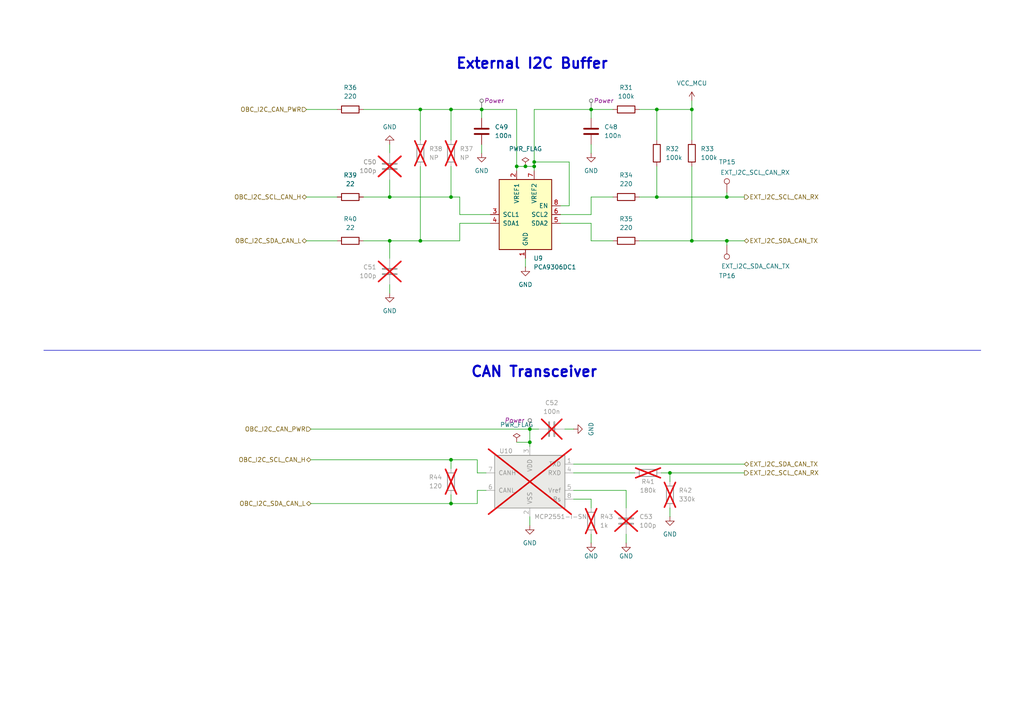
<source format=kicad_sch>
(kicad_sch (version 20250114) (generator "eeschema") (generator_version "9.0")
  (paper "A4")
  (title_block (title "Spino Com System - Digital Serial") (date "2025-03-24") (rev "v2.1") (company "AMSAT-F/Electrolab - Y.Avelino/A.Meckenstock "))
  (lib_symbols
    (symbol "Connector:TestPoint" (pin_numbers (hide yes)) (pin_names (offset 0.762) (hide yes))
      (property "Reference" "TP" (at 0 6.858 0))
      (property "Value" "TestPoint" (at 0 5.08 0))
      (symbol "TestPoint_0_1"
        (circle (center 0 3.302) (radius 0.762))
      )
      (symbol "TestPoint_1_1"
        (pin passive line (at 0 0 90) (length 2.54) (name "1") (number "1"))
      )
    )
    (symbol "Device:C" (pin_numbers (hide yes)) (pin_names (offset 0.254))
      (property "Reference" "C" (at 0.635 2.54 0))
      (property "Value" "C" (at 0.635 -2.54 0))
      (symbol "C_0_1"
        (polyline (pts (xy -2.032 0.762) (xy 2.032 0.762)) (stroke (width 0.508)))
        (polyline (pts (xy -2.032 -0.762) (xy 2.032 -0.762)) (stroke (width 0.508)))
      )
      (symbol "C_1_1"
        (pin passive line (at 0 3.81 270) (length 2.794) (name "~") (number "1"))
        (pin passive line (at 0 -3.81 90) (length 2.794) (name "~") (number "2"))
      )
    )
    (symbol "Device:R" (pin_numbers (hide yes)) (pin_names (offset 0))
      (property "Reference" "R" (at 2.032 0 90))
      (property "Value" "R" (at 0 0 90))
      (symbol "R_0_1"
        (rectangle (start -1.016 -2.54) (end 1.016 2.54) (stroke (width 0.254)))
      )
      (symbol "R_1_1"
        (pin passive line (at 0 3.81 270) (length 1.27) (name "~") (number "1"))
        (pin passive line (at 0 -3.81 90) (length 1.27) (name "~") (number "2"))
      )
    )
    (symbol "Interface:PCA9306DC1" (pin_names (offset 1.016))
      (property "Reference" "U" (at -7.62 11.43 0))
      (property "Value" "PCA9306DC1" (at 3.81 11.43 0))
      (symbol "PCA9306DC1_0_1"
        (rectangle (start -7.62 10.16) (end 7.62 -10.16) (stroke (width 0.254)) (fill (type background)))
      )
      (symbol "PCA9306DC1_1_1"
        (pin bidirectional line (at -10.16 0 0) (length 2.54) (name "SCL1") (number "3"))
        (pin bidirectional line (at -10.16 -2.54 0) (length 2.54) (name "SDA1") (number "4"))
        (pin power_in line (at -2.54 12.7 270) (length 2.54) (name "VREF1") (number "2"))
        (pin power_in line (at 0 -12.7 90) (length 2.54) (name "GND") (number "1"))
        (pin power_in line (at 2.54 12.7 270) (length 2.54) (name "VREF2") (number "7"))
        (pin input line (at 10.16 2.54 180) (length 2.54) (name "EN") (number "8"))
        (pin bidirectional line (at 10.16 0 180) (length 2.54) (name "SCL2") (number "6"))
        (pin bidirectional line (at 10.16 -2.54 180) (length 2.54) (name "SDA2") (number "5"))
      )
    )
    (symbol "Interface_CAN_LIN:MCP2551-I-SN" (pin_names (offset 1.016))
      (property "Reference" "U" (at -10.16 8.89 0))
      (property "Value" "MCP2551-I-SN" (at 2.54 8.89 0))
      (symbol "MCP2551-I-SN_0_1"
        (rectangle (start -10.16 7.62) (end 10.16 -7.62) (stroke (width 0.254)) (fill (type background)))
      )
      (symbol "MCP2551-I-SN_1_1"
        (pin input line (at -12.7 5.08 0) (length 2.54) (name "TXD") (number "1"))
        (pin output line (at -12.7 2.54 0) (length 2.54) (name "RXD") (number "4"))
        (pin power_out line (at -12.7 -2.54 0) (length 2.54) (name "Vref") (number "5"))
        (pin input line (at -12.7 -5.08 0) (length 2.54) (name "Rs") (number "8"))
        (pin power_in line (at 0 10.16 270) (length 2.54) (name "VDD") (number "3"))
        (pin power_in line (at 0 -10.16 90) (length 2.54) (name "VSS") (number "2"))
        (pin bidirectional line (at 12.7 2.54 180) (length 2.54) (name "CANH") (number "7"))
        (pin bidirectional line (at 12.7 -2.54 180) (length 2.54) (name "CANL") (number "6"))
      )
    )
    (symbol "power:GND" (power) (pin_numbers (hide yes)) (pin_names (offset 0) (hide yes))
      (property "Value" "GND" (at 0 -3.81 0))
      (symbol "GND_0_1"
        (polyline (pts (xy 0 0) (xy 0 -1.27) (xy 1.27 -1.27) (xy 0 -2.54) (xy -1.27 -1.27) (xy 0 -1.27)))
      )
      (symbol "GND_1_1"
        (pin power_in line (at 0 0 270) (length 0) (name "~") (number "1"))
      )
    )
    (symbol "power:PWR_FLAG" (power) (pin_numbers (hide yes)) (pin_names (offset 0) (hide yes))
      (property "Value" "PWR_FLAG" (at 0 3.81 0))
      (symbol "PWR_FLAG_0_0"
        (pin power_out line (at 0 0 90) (length 0) (name "~") (number "1"))
      )
      (symbol "PWR_FLAG_0_1"
        (polyline (pts (xy 0 0) (xy 0 1.27) (xy -1.016 1.905) (xy 0 2.54) (xy 1.016 1.905) (xy 0 1.27)))
      )
    )
    (symbol "power_spino_cs:VCC_MCU" (power) (pin_names (offset 0))
      (property "Value" "VCC_MCU" (at 0 3.81 0))
      (symbol "VCC_MCU_0_1"
        (polyline (pts (xy -0.762 1.27) (xy 0 2.54)))
        (polyline (pts (xy 0 2.54) (xy 0.762 1.27)))
        (polyline (pts (xy 0 0) (xy 0 2.54)))
      )
      (symbol "VCC_MCU_1_1"
        (pin power_in line (at 0 0 90) (length 0) (hide yes) (name "VCC_MCU") (number "1"))
      )
    )
  )
  (text "External I2C Buffer" (at 132.08 20.32 0) (effects (font (size 3 3) (thickness 0.6) (bold yes)) (justify left bottom)))
  (text "CAN Transceiver" (at 136.398 109.728 0) (effects (font (size 3 3) (thickness 0.6) (bold yes)) (justify left bottom)))
  (junction (at 152.4 48.26))
  (junction (at 121.92 69.85))
  (junction (at 200.66 31.75))
  (junction (at 121.92 31.75))
  (junction (at 154.94 48.26))
  (junction (at 153.67 124.46))
  (junction (at 130.81 57.15))
  (junction (at 149.86 48.26))
  (junction (at 130.81 146.05))
  (junction (at 154.94 46.99))
  (junction (at 190.5 57.15))
  (junction (at 200.66 69.85))
  (junction (at 130.81 31.75))
  (junction (at 113.03 69.85))
  (junction (at 153.67 128.27))
  (junction (at 210.82 69.85))
  (junction (at 190.5 31.75))
  (junction (at 139.7 31.75))
  (junction (at 113.03 57.15))
  (junction (at 171.45 31.75))
  (junction (at 130.81 133.35))
  (junction (at 210.82 57.15))
  (junction (at 194.31 137.16))
  (wire (pts (xy 162.56 59.69) (xy 165.1 59.69)))
  (wire (pts (xy 165.1 59.69) (xy 165.1 46.99)))
  (wire (pts (xy 200.66 31.75) (xy 190.5 31.75)))
  (wire (pts (xy 88.9 57.15) (xy 97.79 57.15)))
  (wire (pts (xy 113.03 69.85) (xy 121.92 69.85)))
  (wire (pts (xy 153.67 149.86) (xy 153.67 152.4)))
  (wire (pts (xy 154.94 49.53) (xy 154.94 48.26)))
  (wire (pts (xy 139.7 41.91) (xy 139.7 44.45)))
  (polyline (pts (xy 12.7 101.6) (xy 284.48 101.6)))
  (wire (pts (xy 154.94 48.26) (xy 154.94 46.99)))
  (wire (pts (xy 121.92 48.26) (xy 121.92 69.85)))
  (wire (pts (xy 152.4 74.93) (xy 152.4 77.47)))
  (wire (pts (xy 210.82 55.88) (xy 210.82 57.15)))
  (wire (pts (xy 171.45 31.75) (xy 171.45 34.29)))
  (wire (pts (xy 121.92 31.75) (xy 130.81 31.75)))
  (wire (pts (xy 130.81 143.51) (xy 130.81 146.05)))
  (wire (pts (xy 149.86 48.26) (xy 152.4 48.26)))
  (wire (pts (xy 90.17 146.05) (xy 130.81 146.05)))
  (wire (pts (xy 171.45 144.78) (xy 171.45 147.32)))
  (wire (pts (xy 153.67 128.27) (xy 153.67 129.54)))
  (wire (pts (xy 166.37 134.62) (xy 215.9 134.62)))
  (wire (pts (xy 130.81 57.15) (xy 133.35 57.15)))
  (wire (pts (xy 190.5 48.26) (xy 190.5 57.15)))
  (wire (pts (xy 153.67 124.46) (xy 156.21 124.46)))
  (wire (pts (xy 185.42 69.85) (xy 200.66 69.85)))
  (wire (pts (xy 113.03 74.93) (xy 113.03 69.85)))
  (wire (pts (xy 90.17 124.46) (xy 153.67 124.46)))
  (wire (pts (xy 200.66 40.64) (xy 200.66 31.75)))
  (wire (pts (xy 138.43 133.35) (xy 130.81 133.35)))
  (wire (pts (xy 140.97 137.16) (xy 138.43 137.16)))
  (wire (pts (xy 162.56 64.77) (xy 171.45 64.77)))
  (wire (pts (xy 200.66 69.85) (xy 210.82 69.85)))
  (wire (pts (xy 166.37 142.24) (xy 181.61 142.24)))
  (wire (pts (xy 113.03 69.85) (xy 105.41 69.85)))
  (wire (pts (xy 165.1 46.99) (xy 154.94 46.99)))
  (wire (pts (xy 190.5 57.15) (xy 210.82 57.15)))
  (wire (pts (xy 142.24 62.23) (xy 133.35 62.23)))
  (wire (pts (xy 200.66 48.26) (xy 200.66 69.85)))
  (wire (pts (xy 88.9 31.75) (xy 97.79 31.75)))
  (wire (pts (xy 113.03 44.45) (xy 113.03 41.91)))
  (wire (pts (xy 152.4 48.26) (xy 154.94 48.26)))
  (wire (pts (xy 171.45 57.15) (xy 177.8 57.15)))
  (wire (pts (xy 166.37 137.16) (xy 184.15 137.16)))
  (wire (pts (xy 181.61 142.24) (xy 181.61 147.32)))
  (wire (pts (xy 171.45 69.85) (xy 177.8 69.85)))
  (wire (pts (xy 185.42 31.75) (xy 190.5 31.75)))
  (wire (pts (xy 139.7 31.75) (xy 139.7 34.29)))
  (wire (pts (xy 149.86 49.53) (xy 149.86 48.26)))
  (wire (pts (xy 130.81 31.75) (xy 130.81 40.64)))
  (wire (pts (xy 105.41 31.75) (xy 121.92 31.75)))
  (wire (pts (xy 113.03 52.07) (xy 113.03 57.15)))
  (wire (pts (xy 171.45 31.75) (xy 177.8 31.75)))
  (wire (pts (xy 190.5 40.64) (xy 190.5 31.75)))
  (wire (pts (xy 138.43 142.24) (xy 140.97 142.24)))
  (wire (pts (xy 113.03 57.15) (xy 130.81 57.15)))
  (wire (pts (xy 130.81 31.75) (xy 139.7 31.75)))
  (wire (pts (xy 133.35 69.85) (xy 133.35 64.77)))
  (wire (pts (xy 113.03 57.15) (xy 105.41 57.15)))
  (wire (pts (xy 121.92 31.75) (xy 121.92 40.64)))
  (wire (pts (xy 166.37 144.78) (xy 171.45 144.78)))
  (wire (pts (xy 138.43 137.16) (xy 138.43 133.35)))
  (wire (pts (xy 210.82 57.15) (xy 215.9 57.15)))
  (wire (pts (xy 149.86 48.26) (xy 149.86 31.75)))
  (wire (pts (xy 163.83 124.46) (xy 166.37 124.46)))
  (wire (pts (xy 133.35 64.77) (xy 142.24 64.77)))
  (wire (pts (xy 130.81 133.35) (xy 130.81 135.89)))
  (wire (pts (xy 149.86 31.75) (xy 139.7 31.75)))
  (wire (pts (xy 113.03 82.55) (xy 113.03 85.09)))
  (wire (pts (xy 130.81 48.26) (xy 130.81 57.15)))
  (wire (pts (xy 149.86 128.27) (xy 153.67 128.27)))
  (wire (pts (xy 191.77 137.16) (xy 194.31 137.16)))
  (wire (pts (xy 130.81 146.05) (xy 138.43 146.05)))
  (wire (pts (xy 153.67 124.46) (xy 153.67 128.27)))
  (wire (pts (xy 194.31 147.32) (xy 194.31 149.86)))
  (wire (pts (xy 200.66 29.21) (xy 200.66 31.75)))
  (wire (pts (xy 130.81 133.35) (xy 90.17 133.35)))
  (wire (pts (xy 171.45 64.77) (xy 171.45 69.85)))
  (wire (pts (xy 194.31 137.16) (xy 215.9 137.16)))
  (wire (pts (xy 133.35 62.23) (xy 133.35 57.15)))
  (wire (pts (xy 162.56 62.23) (xy 171.45 62.23)))
  (wire (pts (xy 88.9 69.85) (xy 97.79 69.85)))
  (wire (pts (xy 194.31 137.16) (xy 194.31 139.7)))
  (wire (pts (xy 185.42 57.15) (xy 190.5 57.15)))
  (wire (pts (xy 210.82 69.85) (xy 215.9 69.85)))
  (wire (pts (xy 154.94 46.99) (xy 154.94 31.75)))
  (wire (pts (xy 121.92 69.85) (xy 133.35 69.85)))
  (wire (pts (xy 138.43 146.05) (xy 138.43 142.24)))
  (wire (pts (xy 154.94 31.75) (xy 171.45 31.75)))
  (wire (pts (xy 171.45 62.23) (xy 171.45 57.15)))
  (wire (pts (xy 171.45 154.94) (xy 171.45 157.48)))
  (wire (pts (xy 171.45 41.91) (xy 171.45 44.45)))
  (wire (pts (xy 181.61 154.94) (xy 181.61 157.48)))
  (wire (pts (xy 210.82 71.12) (xy 210.82 69.85)))
  (hierarchical_label "OBC_I2C_SDA_CAN_L" (shape bidirectional) (at 90.17 146.05 180))
  (hierarchical_label "EXT_I2C_SCL_CAN_RX" (shape output) (at 215.9 137.16 0))
  (hierarchical_label "OBC_I2C_CAN_PWR" (shape input) (at 90.17 124.46 180))
  (hierarchical_label "OBC_I2C_CAN_PWR" (shape input) (at 88.9 31.75 180))
  (hierarchical_label "OBC_I2C_SCL_CAN_H" (shape bidirectional) (at 90.17 133.35 180))
  (hierarchical_label "EXT_I2C_SDA_CAN_TX" (shape bidirectional) (at 215.9 134.62 0))
  (hierarchical_label "EXT_I2C_SDA_CAN_TX" (shape bidirectional) (at 215.9 69.85 0))
  (hierarchical_label "OBC_I2C_SCL_CAN_H" (shape bidirectional) (at 88.9 57.15 180))
  (hierarchical_label "EXT_I2C_SCL_CAN_RX" (shape output) (at 215.9 57.15 0))
  (hierarchical_label "OBC_I2C_SDA_CAN_L" (shape bidirectional) (at 88.9 69.85 180))
  (netclass_flag "" (length 2.54) (shape round) (at 139.7 31.75 0) (property "Netclass" "Power" (at 140.3985 29.21 0) (effects (font (italic yes)) (justify left))))
  (netclass_flag "" (length 2.54) (shape round) (at 171.45 31.75 0) (property "Netclass" "Power" (at 172.1485 29.21 0) (effects (font (italic yes)) (justify left))))
  (netclass_flag "" (length 2.54) (shape round) (at 153.67 124.46 0) (property "Netclass" "Power" (at 152.146 121.92 0) (effects (font (italic yes)) (justify right))))
  (symbol (lib_id "power:GND") (at 139.7 44.45 0) (unit 1)
    (property "Reference" "#PWR085" (effects (hide yes)))
    (property "Value" "GND" (at 139.7 49.53 0))
    (property "Description" "Power symbol creates a global label with name \"GND\" , ground" (effects (hide yes)))
  )
  (symbol (lib_id "power_spino_cs:VCC_MCU") (at 200.66 29.21 0) (unit 1)
    (property "Reference" "#PWR088" (effects (hide yes)))
    (property "Value" "VCC_MCU" (at 200.66 24.13 0))
    (property "Description" "Power symbol creates a global label with name \"VCC_MCU\"" (effects (hide yes)))
  )
  (symbol (lib_id "power:PWR_FLAG") (at 149.86 128.27 0) (unit 1)
    (property "Reference" "#FLG06" (effects (hide yes)))
    (property "Value" "PWR_FLAG" (at 149.86 123.19 0))
    (property "Description" "Special symbol for telling ERC where power comes from" (effects (hide yes)))
  )
  (symbol (lib_id "power:GND") (at 153.67 152.4 0) (unit 1)
    (property "Reference" "#PWR089" (effects (hide yes)))
    (property "Value" "GND" (at 153.67 157.48 0))
    (property "Description" "Power symbol creates a global label with name \"GND\" , ground" (effects (hide yes)))
  )
  (symbol (lib_id "power:GND") (at 194.31 149.86 0) (unit 1)
    (property "Reference" "#PWR0128" (effects (hide yes)))
    (property "Value" "GND" (at 194.31 154.94 0))
    (property "Description" "Power symbol creates a global label with name \"GND\" , ground" (effects (hide yes)))
  )
  (symbol (lib_id "Device:C") (at 160.02 124.46 270) (unit 1) (dnp yes)
    (property "Reference" "C52" (at 160.02 116.84 90))
    (property "Value" "100n" (at 160.02 119.38 90))
    (property "Footprint" "Capacitor_SMD:C_0402_1005Metric" (effects (hide yes)))
    (property "Description" "Unpolarized capacitor" (effects (hide yes)))
    (property "SKU" "GCM155R71C104KA55D" (effects (hide yes)))
    (property "Temp Coeff" "X7R" (effects (hide yes)))
    (property "Vendor" "Murata" (effects (hide yes)))
  )
  (symbol (lib_id "Device:R") (at 171.45 151.13 0) (unit 1) (dnp yes)
    (property "Reference" "R43" (at 173.99 149.8599 0) (effects (justify left)))
    (property "Value" "1k" (at 173.99 152.3999 0) (effects (justify left)))
    (property "Footprint" "Resistor_SMD:R_0402_1005Metric" (effects (hide yes)))
    (property "Description" "Resistor" (effects (hide yes)))
  )
  (symbol (lib_id "power:GND") (at 166.37 124.46 90) (unit 1)
    (property "Reference" "#PWR093" (effects (hide yes)))
    (property "Value" "GND" (at 171.45 124.46 0))
    (property "Description" "Power symbol creates a global label with name \"GND\" , ground" (effects (hide yes)))
  )
  (symbol (lib_id "Connector:TestPoint") (at 210.82 55.88 0) (unit 1) (in_bom no)
    (property "Reference" "TP15" (at 213.36 46.99 0) (effects (justify right)))
    (property "Value" "EXT_I2C_SCL_CAN_RX" (at 229.108 50.038 0) (effects (justify right)))
    (property "Footprint" "TestPoint:TestPoint_Pad_D1.0mm" (effects (hide yes)))
    (property "Description" "test point" (effects (hide yes)))
  )
  (symbol (lib_id "Interface_CAN_LIN:MCP2551-I-SN") (at 153.67 139.7 0) (mirror y) (unit 1) (dnp yes)
    (property "Reference" "U10" (at 144.78 130.81 0) (effects (justify right)))
    (property "Value" "MCP2551-I-SN" (at 154.94 149.86 0) (effects (justify right)))
    (property "Footprint" "Package_SO:SOIC-8_3.9x4.9mm_P1.27mm" (effects (hide yes)))
    (property "Datasheet" "http://ww1.microchip.com/downloads/en/devicedoc/21667d.pdf" (effects (hide yes)))
    (property "Description" "High-Speed CAN Transceiver, 1Mbps, 5V supply, SOIC-8" (effects (hide yes)))
    (property "SKU" "MCP2551-I/SN" (effects (hide yes)))
    (property "Vendor" "Microchip" (effects (hide yes)))
  )
  (symbol (lib_id "power:GND") (at 113.03 41.91 0) (mirror x) (unit 1)
    (property "Reference" "#PWR084" (effects (hide yes)))
    (property "Value" "GND" (at 113.03 36.83 0))
    (property "Description" "Power symbol creates a global label with name \"GND\" , ground" (effects (hide yes)))
  )
  (symbol (lib_id "Device:C") (at 113.03 48.26 0) (mirror x) (unit 1) (dnp yes)
    (property "Reference" "C50" (at 109.22 46.9899 0) (effects (justify right)))
    (property "Value" "100p" (at 109.22 49.5299 0) (effects (justify right)))
    (property "Footprint" "Capacitor_SMD:C_0402_1005Metric" (effects (hide yes)))
    (property "Description" "Unpolarized capacitor" (effects (hide yes)))
    (property "SKU" "GCM1555C1H101FA16D" (effects (hide yes)))
    (property "Temp Coeff" "C0G" (effects (hide yes)))
    (property "Tolerance" "1%" (effects (hide yes)))
    (property "Vendor" "Murata" (effects (hide yes)))
  )
  (symbol (lib_id "Device:R") (at 181.61 57.15 90) (unit 1)
    (property "Reference" "R34" (at 181.61 50.8 90))
    (property "Value" "220" (at 181.61 53.34 90))
    (property "Footprint" "Resistor_SMD:R_0402_1005Metric" (effects (hide yes)))
    (property "Description" "Resistor" (effects (hide yes)))
    (property "Tolerance" "1%" (effects (hide yes)))
    (property "SKU" "CRCW0402220RFKED" (effects (hide yes)))
    (property "Vendor" "Vishay" (effects (hide yes)))
  )
  (symbol (lib_id "Device:C") (at 181.61 151.13 0) (unit 1) (dnp yes)
    (property "Reference" "C53" (at 185.42 149.8599 0) (effects (justify left)))
    (property "Value" "100p" (at 185.42 152.3999 0) (effects (justify left)))
    (property "Footprint" "Capacitor_SMD:C_0402_1005Metric" (effects (hide yes)))
    (property "Description" "Unpolarized capacitor" (effects (hide yes)))
    (property "SKU" "GCM1555C1H101FA16D" (effects (hide yes)))
    (property "Temp Coeff" "C0G" (effects (hide yes)))
    (property "Tolerance" "1%" (effects (hide yes)))
    (property "Vendor" "Murata" (effects (hide yes)))
  )
  (symbol (lib_id "power:GND") (at 152.4 77.47 0) (unit 1)
    (property "Reference" "#PWR087" (effects (hide yes)))
    (property "Value" "GND" (at 152.4 82.55 0))
    (property "Description" "Power symbol creates a global label with name \"GND\" , ground" (effects (hide yes)))
  )
  (symbol (lib_id "Device:R") (at 181.61 31.75 90) (unit 1)
    (property "Reference" "R31" (at 181.61 25.4 90))
    (property "Value" "100k" (at 181.61 27.94 90))
    (property "Footprint" "Resistor_SMD:R_0402_1005Metric" (effects (hide yes)))
    (property "Description" "Resistor" (effects (hide yes)))
    (property "Tolerance" "1%" (effects (hide yes)))
    (property "SKU" "CRCW0402100KFKED" (effects (hide yes)))
    (property "Vendor" "Vishay" (effects (hide yes)))
  )
  (symbol (lib_id "Device:R") (at 194.31 143.51 0) (mirror y) (unit 1) (dnp yes)
    (property "Reference" "R42" (at 196.85 142.2399 0) (effects (justify right)))
    (property "Value" "330k" (at 196.85 144.7799 0) (effects (justify right)))
    (property "Footprint" "Resistor_SMD:R_0402_1005Metric" (effects (hide yes)))
    (property "Description" "Resistor" (effects (hide yes)))
  )
  (symbol (lib_id "Device:C") (at 171.45 38.1 0) (unit 1)
    (property "Reference" "C48" (at 175.26 36.8299 0) (effects (justify left)))
    (property "Value" "100n" (at 175.26 39.3699 0) (effects (justify left)))
    (property "Footprint" "Capacitor_SMD:C_0402_1005Metric" (effects (hide yes)))
    (property "Description" "Unpolarized capacitor" (effects (hide yes)))
    (property "SKU" "GCM155R71C104KA55D" (effects (hide yes)))
    (property "Temp Coeff" "X7R" (effects (hide yes)))
    (property "Vendor" "Murata" (effects (hide yes)))
  )
  (symbol (lib_id "Device:R") (at 190.5 44.45 0) (unit 1)
    (property "Reference" "R32" (at 193.04 43.1799 0) (effects (justify left)))
    (property "Value" "100k" (at 193.04 45.7199 0) (effects (justify left)))
    (property "Footprint" "Resistor_SMD:R_0402_1005Metric" (effects (hide yes)))
    (property "Description" "Resistor" (effects (hide yes)))
    (property "Tolerance" "1%" (effects (hide yes)))
    (property "SKU" "CRCW0402100KFKED" (effects (hide yes)))
    (property "Vendor" "Vishay" (effects (hide yes)))
  )
  (symbol (lib_id "Device:C") (at 139.7 38.1 0) (unit 1)
    (property "Reference" "C49" (at 143.51 36.8299 0) (effects (justify left)))
    (property "Value" "100n" (at 143.51 39.3699 0) (effects (justify left)))
    (property "Footprint" "Capacitor_SMD:C_0402_1005Metric" (effects (hide yes)))
    (property "Description" "Unpolarized capacitor" (effects (hide yes)))
    (property "SKU" "GCM155R71C104KA55D" (effects (hide yes)))
    (property "Temp Coeff" "X7R" (effects (hide yes)))
    (property "Vendor" "Murata" (effects (hide yes)))
  )
  (symbol (lib_id "Device:R") (at 130.81 44.45 0) (unit 1) (dnp yes)
    (property "Reference" "R37" (at 133.35 43.1799 0) (effects (justify left)))
    (property "Value" "NP" (at 133.35 45.7199 0) (effects (justify left)))
    (property "Footprint" "Resistor_SMD:R_0402_1005Metric" (effects (hide yes)))
    (property "Description" "Resistor" (effects (hide yes)))
  )
  (symbol (lib_id "Device:R") (at 181.61 69.85 90) (unit 1)
    (property "Reference" "R35" (at 181.61 63.5 90))
    (property "Value" "220" (at 181.61 66.04 90))
    (property "Footprint" "Resistor_SMD:R_0402_1005Metric" (effects (hide yes)))
    (property "Description" "Resistor" (effects (hide yes)))
    (property "Tolerance" "1%" (effects (hide yes)))
    (property "SKU" "CRCW0402220RFKED" (effects (hide yes)))
    (property "Vendor" "Vishay" (effects (hide yes)))
  )
  (symbol (lib_id "power:GND") (at 171.45 44.45 0) (unit 1)
    (property "Reference" "#PWR086" (effects (hide yes)))
    (property "Value" "GND" (at 171.45 49.53 0))
    (property "Description" "Power symbol creates a global label with name \"GND\" , ground" (effects (hide yes)))
  )
  (symbol (lib_id "Connector:TestPoint") (at 210.82 71.12 0) (mirror x) (unit 1) (in_bom no)
    (property "Reference" "TP16" (at 213.36 80.01 0) (effects (justify right)))
    (property "Value" "EXT_I2C_SDA_CAN_TX" (at 229.108 77.216 0) (effects (justify right)))
    (property "Footprint" "TestPoint:TestPoint_Pad_D1.0mm" (effects (hide yes)))
    (property "Description" "test point" (effects (hide yes)))
  )
  (symbol (lib_id "power:GND") (at 113.03 85.09 0) (unit 1)
    (property "Reference" "#PWR083" (effects (hide yes)))
    (property "Value" "GND" (at 113.03 90.17 0))
    (property "Description" "Power symbol creates a global label with name \"GND\" , ground" (effects (hide yes)))
  )
  (symbol (lib_id "Device:C") (at 113.03 78.74 0) (mirror y) (unit 1) (dnp yes)
    (property "Reference" "C51" (at 109.22 77.47 0) (effects (justify left)))
    (property "Value" "100p" (at 109.22 80.01 0) (effects (justify left)))
    (property "Footprint" "Capacitor_SMD:C_0402_1005Metric" (effects (hide yes)))
    (property "Description" "Unpolarized capacitor" (effects (hide yes)))
    (property "SKU" "GCM1555C1H101FA16D" (effects (hide yes)))
    (property "Temp Coeff" "C0G" (effects (hide yes)))
    (property "Tolerance" "1%" (effects (hide yes)))
    (property "Vendor" "Murata" (effects (hide yes)))
  )
  (symbol (lib_id "Device:R") (at 200.66 44.45 0) (unit 1)
    (property "Reference" "R33" (at 203.2 43.1799 0) (effects (justify left)))
    (property "Value" "100k" (at 203.2 45.7199 0) (effects (justify left)))
    (property "Footprint" "Resistor_SMD:R_0402_1005Metric" (effects (hide yes)))
    (property "Description" "Resistor" (effects (hide yes)))
    (property "Tolerance" "1%" (effects (hide yes)))
    (property "SKU" "CRCW0402100KFKED" (effects (hide yes)))
    (property "Vendor" "Vishay" (effects (hide yes)))
  )
  (symbol (lib_id "Device:R") (at 187.96 137.16 270) (mirror x) (unit 1) (dnp yes)
    (property "Reference" "R41" (at 187.96 139.7 90))
    (property "Value" "180k" (at 187.96 142.24 90))
    (property "Footprint" "Resistor_SMD:R_0402_1005Metric" (effects (hide yes)))
    (property "Description" "Resistor" (effects (hide yes)))
  )
  (symbol (lib_id "Device:R") (at 101.6 31.75 90) (unit 1)
    (property "Reference" "R36" (at 101.6 25.4 90))
    (property "Value" "220" (at 101.6 27.94 90))
    (property "Footprint" "Resistor_SMD:R_0402_1005Metric" (effects (hide yes)))
    (property "Description" "Resistor" (effects (hide yes)))
    (property "Tolerance" "1%" (effects (hide yes)))
    (property "SKU" "CRCW0402220RFKED" (effects (hide yes)))
    (property "Vendor" "Vishay" (effects (hide yes)))
  )
  (symbol (lib_id "Device:R") (at 121.92 44.45 0) (unit 1) (dnp yes)
    (property "Reference" "R38" (at 124.46 43.1799 0) (effects (justify left)))
    (property "Value" "NP" (at 124.46 45.7199 0) (effects (justify left)))
    (property "Footprint" "Resistor_SMD:R_0402_1005Metric" (effects (hide yes)))
    (property "Description" "Resistor" (effects (hide yes)))
  )
  (symbol (lib_id "Device:R") (at 130.81 139.7 0) (mirror y) (unit 1) (dnp yes)
    (property "Reference" "R44" (at 128.27 138.43 0) (effects (justify left)))
    (property "Value" "120" (at 128.27 140.97 0) (effects (justify left)))
    (property "Footprint" "Resistor_SMD:R_0402_1005Metric" (effects (hide yes)))
    (property "Description" "Resistor" (effects (hide yes)))
  )
  (symbol (lib_id "power:GND") (at 181.61 157.48 0) (unit 1)
    (property "Reference" "#PWR091" (effects (hide yes)))
    (property "Value" "GND" (at 181.61 161.29 0))
    (property "Description" "Power symbol creates a global label with name \"GND\" , ground" (effects (hide yes)))
  )
  (symbol (lib_id "power:GND") (at 171.45 157.48 0) (unit 1)
    (property "Reference" "#PWR090" (effects (hide yes)))
    (property "Value" "GND" (at 171.45 161.29 0))
    (property "Description" "Power symbol creates a global label with name \"GND\" , ground" (effects (hide yes)))
  )
  (symbol (lib_id "Device:R") (at 101.6 69.85 90) (unit 1)
    (property "Reference" "R40" (at 101.6 63.5 90))
    (property "Value" "22" (at 101.6 66.04 90))
    (property "Footprint" "Resistor_SMD:R_0402_1005Metric" (effects (hide yes)))
    (property "Description" "Resistor" (effects (hide yes)))
    (property "Tolerance" "1%" (effects (hide yes)))
    (property "SKU" "CRCW040222R0FKED" (effects (hide yes)))
    (property "Vendor" "Vishay" (effects (hide yes)))
  )
  (symbol (lib_id "Interface:PCA9306DC1") (at 152.4 62.23 0) (unit 1)
    (property "Reference" "U9" (at 154.7234 74.93 0) (effects (justify left)))
    (property "Value" "PCA9306DC1" (at 154.7234 77.47 0) (effects (justify left)))
    (property "Footprint" "Package_SO:VSSOP-8_2.3x2mm_P0.5mm" (effects (hide yes)))
    (property "Datasheet" "https://www.ti.com/lit/ds/symlink/pca9306-q1.pdf" (effects (hide yes)))
    (property "Description" "Dual bidirectional I2C Bus and SMBus voltage level translator, VSSOP-8" (effects (hide yes)))
    (property "SKU" "PCA9306TDCURQ1" (effects (hide yes)))
    (property "Vendor" "TI" (effects (hide yes)))
  )
  (symbol (lib_id "power:PWR_FLAG") (at 152.4 48.26 0) (unit 1)
    (property "Reference" "#FLG05" (effects (hide yes)))
    (property "Value" "PWR_FLAG" (at 152.4 43.18 0))
    (property "Description" "Special symbol for telling ERC where power comes from" (effects (hide yes)))
  )
  (symbol (lib_id "Device:R") (at 101.6 57.15 90) (unit 1)
    (property "Reference" "R39" (at 101.6 50.8 90))
    (property "Value" "22" (at 101.6 53.34 90))
    (property "Footprint" "Resistor_SMD:R_0402_1005Metric" (effects (hide yes)))
    (property "Description" "Resistor" (effects (hide yes)))
    (property "Tolerance" "1%" (effects (hide yes)))
    (property "SKU" "CRCW040222R0FKED" (effects (hide yes)))
    (property "Vendor" "Vishay" (effects (hide yes)))
  )
)
</source>
